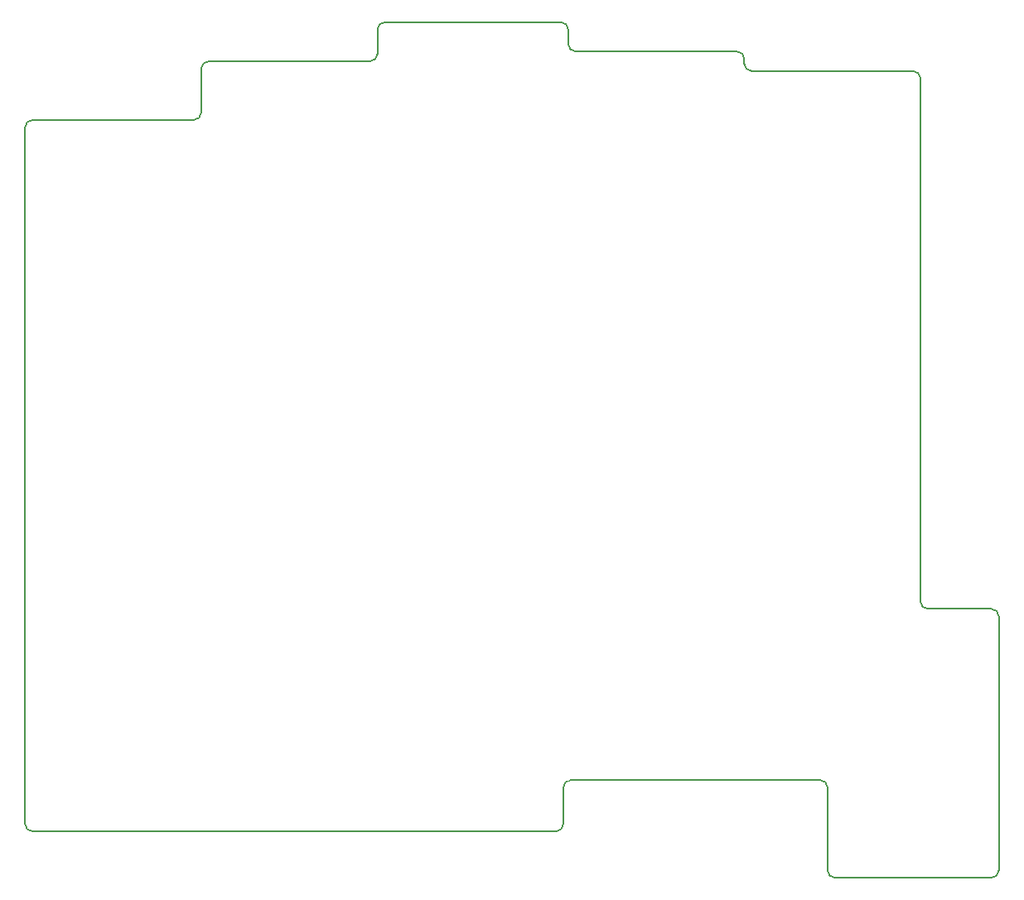
<source format=gbr>
%TF.GenerationSoftware,KiCad,Pcbnew,(6.0.9)*%
%TF.CreationDate,2022-12-19T17:51:50-06:00*%
%TF.ProjectId,gentle34,67656e74-6c65-4333-942e-6b696361645f,v1.0.0*%
%TF.SameCoordinates,Original*%
%TF.FileFunction,Profile,NP*%
%FSLAX46Y46*%
G04 Gerber Fmt 4.6, Leading zero omitted, Abs format (unit mm)*
G04 Created by KiCad (PCBNEW (6.0.9)) date 2022-12-19 17:51:50*
%MOMM*%
%LPD*%
G01*
G04 APERTURE LIST*
%TA.AperFunction,Profile*%
%ADD10C,0.150000*%
%TD*%
G04 APERTURE END LIST*
D10*
X8250000Y-28250000D02*
X8250000Y43000000D01*
X9000000Y43750000D02*
X25500000Y43750000D01*
X27000000Y49750000D02*
X43500000Y49750000D01*
X26250000Y44500000D02*
X26250000Y49000000D01*
X45000000Y53750000D02*
X63000000Y53750000D01*
X63750000Y53000000D02*
X63750000Y51500000D01*
X44250000Y50500000D02*
X44250000Y53000000D01*
X64500000Y50750000D02*
X81000000Y50750000D01*
X81750000Y50000000D02*
X81750000Y49500000D01*
X99750000Y-5500000D02*
X99750000Y48000000D01*
X82500000Y48750000D02*
X99000000Y48750000D01*
X64000000Y-23750000D02*
X89500000Y-23750000D01*
X107750000Y-33000000D02*
X107750000Y-7000000D01*
X90250000Y-33000000D02*
X90250000Y-24500000D01*
X100500000Y-6250000D02*
X107000000Y-6250000D01*
X91000000Y-33750000D02*
X107000000Y-33750000D01*
X9000000Y-29000000D02*
X62500000Y-29000000D01*
X63250000Y-28250000D02*
X63250000Y-24500000D01*
X9000000Y43750000D02*
G75*
G03*
X8250000Y43000000I0J-750000D01*
G01*
X25500000Y43750000D02*
G75*
G03*
X26250000Y44500000I0J750000D01*
G01*
X27000000Y49750000D02*
G75*
G03*
X26250000Y49000000I0J-750000D01*
G01*
X43500000Y49750000D02*
G75*
G03*
X44250000Y50500000I0J750000D01*
G01*
X45000000Y53750000D02*
G75*
G03*
X44250000Y53000000I0J-750000D01*
G01*
X63750000Y53000000D02*
G75*
G03*
X63000000Y53750000I-750000J0D01*
G01*
X63750000Y51500000D02*
G75*
G03*
X64500000Y50750000I750000J0D01*
G01*
X81750000Y50000000D02*
G75*
G03*
X81000000Y50750000I-750000J0D01*
G01*
X81750000Y49500000D02*
G75*
G03*
X82500000Y48750000I750000J0D01*
G01*
X99750000Y48000000D02*
G75*
G03*
X99000000Y48750000I-750000J0D01*
G01*
X99750000Y-5500000D02*
G75*
G03*
X100500000Y-6250000I750000J0D01*
G01*
X107750000Y-7000000D02*
G75*
G03*
X107000000Y-6250000I-750000J0D01*
G01*
X107000000Y-33750000D02*
G75*
G03*
X107750000Y-33000000I0J750000D01*
G01*
X90250000Y-33000000D02*
G75*
G03*
X91000000Y-33750000I750000J0D01*
G01*
X90250000Y-24500000D02*
G75*
G03*
X89500000Y-23750000I-750000J0D01*
G01*
X64000000Y-23750000D02*
G75*
G03*
X63250000Y-24500000I0J-750000D01*
G01*
X62500000Y-29000000D02*
G75*
G03*
X63250000Y-28250000I0J750000D01*
G01*
X8250000Y-28250000D02*
G75*
G03*
X9000000Y-29000000I750000J0D01*
G01*
M02*

</source>
